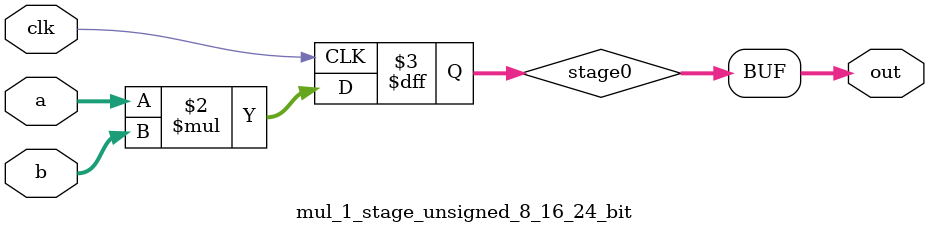
<source format=sv>

(* use_dsp = "yes" *) module mul_1_stage_unsigned_8_16_24_bit(
  input [7:0] a, 
  input [15:0] b, 
  input clk,
  output [23:0] out);

  logic unsigned [23:0] stage0;

  always @(posedge clk) begin 
    stage0 <= a * b;
  end

  assign out = stage0;
  
endmodule
</source>
